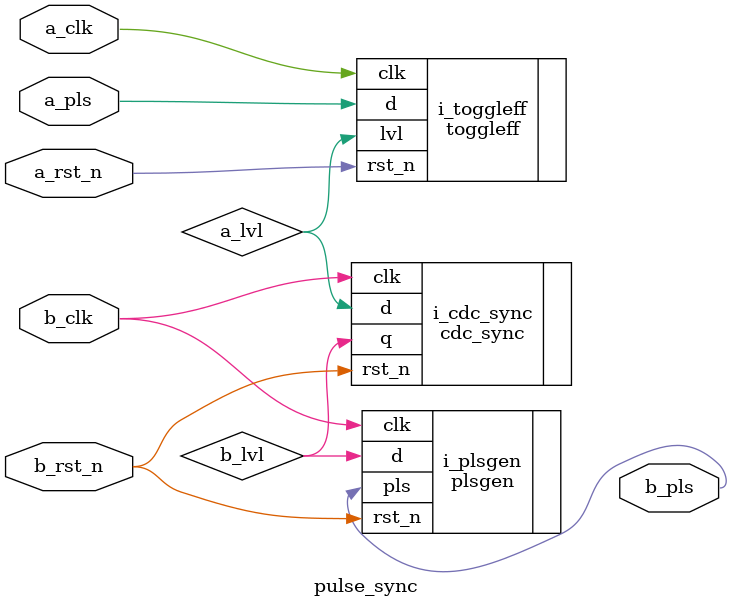
<source format=v>
`timescale 1ns/1ps


module pulse_sync #( parameter pSTAGES = 2
                   )
(
  input  wire    a_clk,       // Sending Clock Domain
  input  wire    b_clk,       // Receiving Clock Domain
  input  wire    a_rst_n,     // Reset from Sending Clock Domain
  input  wire    b_rst_n,     // Reset from Receiving Clock Domain
  input  wire    a_pls,       // Sending Pulse
  output wire    b_pls        // Synchronized Pulse 
);



wire a_lvl;
wire b_lvl;


//---------------------------------------------------
// Instantiate
//--------------------------------------------------
// Toggle Flop Circuit
toggleff i_toggleff (
	.clk  (a_clk),
	.rst_n(a_rst_n),
	.d    (a_pls),   // pulse signal
	.lvl  (a_lvl)    // level signal
);


// Double Flop Bit Synchronizer
cdc_sync #( .pSTAGES(pSTAGES)
	      )
i_cdc_sync (
	.clk  (b_clk),
	.rst_n(b_rst_n),
	.d    (a_lvl),
	.q    (b_lvl)
);


// Level signal -> pulse signal
plsgen i_plsgen (
	.clk  (b_clk),
	.rst_n(b_rst_n),
	.d    (b_lvl),
	.pls  (b_pls)
);


endmodule
</source>
